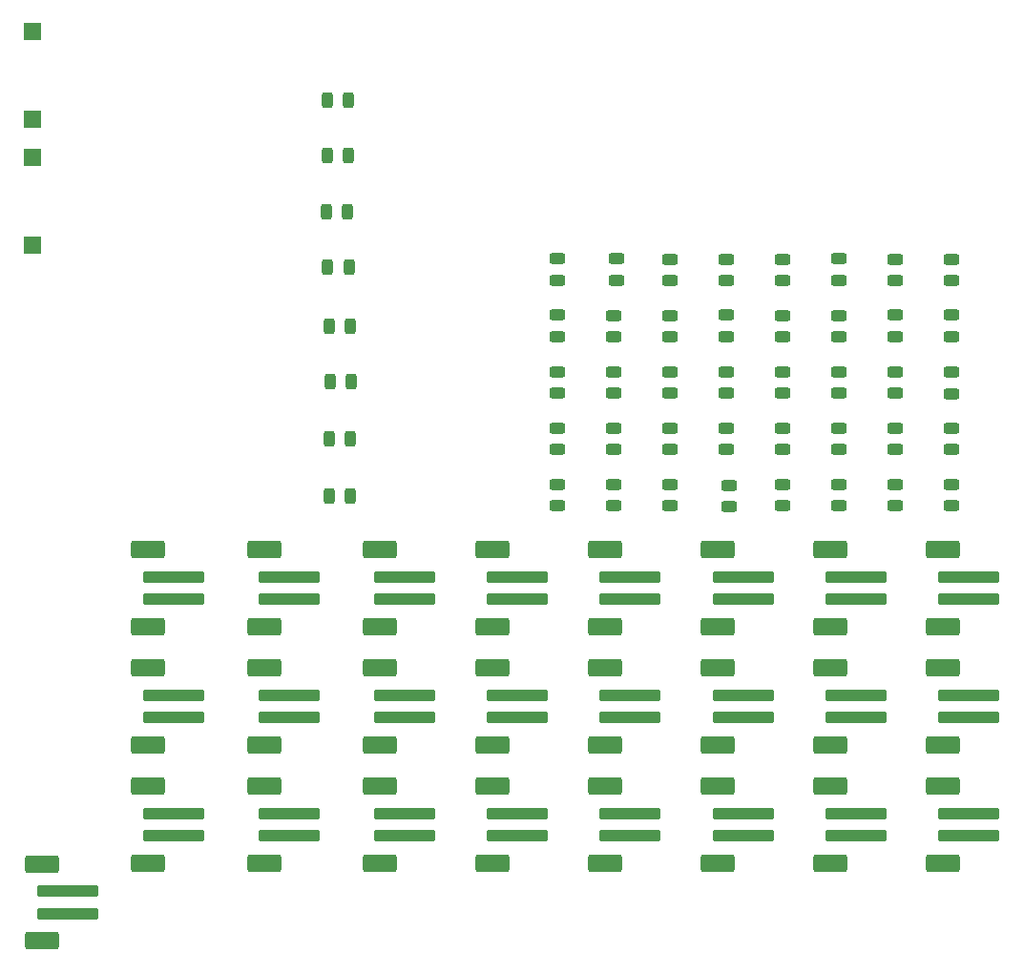
<source format=gbr>
G04 #@! TF.GenerationSoftware,KiCad,Pcbnew,7.0.8*
G04 #@! TF.CreationDate,2023-10-26T23:06:53+02:00*
G04 #@! TF.ProjectId,PlantCtrlESP32,506c616e-7443-4747-926c-45535033322e,rev?*
G04 #@! TF.SameCoordinates,Original*
G04 #@! TF.FileFunction,Paste,Top*
G04 #@! TF.FilePolarity,Positive*
%FSLAX46Y46*%
G04 Gerber Fmt 4.6, Leading zero omitted, Abs format (unit mm)*
G04 Created by KiCad (PCBNEW 7.0.8) date 2023-10-26 23:06:53*
%MOMM*%
%LPD*%
G01*
G04 APERTURE LIST*
G04 Aperture macros list*
%AMRoundRect*
0 Rectangle with rounded corners*
0 $1 Rounding radius*
0 $2 $3 $4 $5 $6 $7 $8 $9 X,Y pos of 4 corners*
0 Add a 4 corners polygon primitive as box body*
4,1,4,$2,$3,$4,$5,$6,$7,$8,$9,$2,$3,0*
0 Add four circle primitives for the rounded corners*
1,1,$1+$1,$2,$3*
1,1,$1+$1,$4,$5*
1,1,$1+$1,$6,$7*
1,1,$1+$1,$8,$9*
0 Add four rect primitives between the rounded corners*
20,1,$1+$1,$2,$3,$4,$5,0*
20,1,$1+$1,$4,$5,$6,$7,0*
20,1,$1+$1,$6,$7,$8,$9,0*
20,1,$1+$1,$8,$9,$2,$3,0*%
G04 Aperture macros list end*
%ADD10R,1.500000X1.500000*%
%ADD11RoundRect,0.243750X0.456250X-0.243750X0.456250X0.243750X-0.456250X0.243750X-0.456250X-0.243750X0*%
%ADD12RoundRect,0.243750X0.243750X0.456250X-0.243750X0.456250X-0.243750X-0.456250X0.243750X-0.456250X0*%
%ADD13RoundRect,0.250000X2.500000X-0.250000X2.500000X0.250000X-2.500000X0.250000X-2.500000X-0.250000X0*%
%ADD14RoundRect,0.250000X1.250000X-0.550000X1.250000X0.550000X-1.250000X0.550000X-1.250000X-0.550000X0*%
G04 APERTURE END LIST*
D10*
X172330000Y-56570000D03*
X172330000Y-48770000D03*
D11*
X228830000Y-85820000D03*
X228830000Y-83945000D03*
X233830000Y-80820000D03*
X233830000Y-78945000D03*
D12*
X200467500Y-74957500D03*
X198592500Y-74957500D03*
D10*
X172330000Y-59920000D03*
X172330000Y-67720000D03*
D11*
X218830000Y-75820000D03*
X218830000Y-73945000D03*
D13*
X225330000Y-120170000D03*
X225330000Y-118170000D03*
D14*
X223080000Y-122570000D03*
X223080000Y-115770000D03*
D11*
X228830000Y-75857500D03*
X228830000Y-73982500D03*
D13*
X245330000Y-99170000D03*
X245330000Y-97170000D03*
D14*
X243080000Y-101570000D03*
X243080000Y-94770000D03*
D11*
X218830000Y-80820000D03*
X218830000Y-78945000D03*
X223830000Y-80857500D03*
X223830000Y-78982500D03*
D13*
X255330000Y-109670000D03*
X255330000Y-107670000D03*
D14*
X253080000Y-112070000D03*
X253080000Y-105270000D03*
D13*
X195080000Y-99170000D03*
X195080000Y-97170000D03*
D14*
X192830000Y-101570000D03*
X192830000Y-94770000D03*
D11*
X238830000Y-85857500D03*
X238830000Y-83982500D03*
D12*
X200367500Y-69657500D03*
X198492500Y-69657500D03*
D11*
X243830000Y-70820000D03*
X243830000Y-68945000D03*
D13*
X245330000Y-120170000D03*
X245330000Y-118170000D03*
D14*
X243080000Y-122570000D03*
X243080000Y-115770000D03*
D11*
X233830000Y-75820000D03*
X233830000Y-73945000D03*
X233830000Y-85857500D03*
X233830000Y-83982500D03*
X243830000Y-75857500D03*
X243830000Y-73982500D03*
D13*
X225330000Y-109670000D03*
X225330000Y-107670000D03*
D14*
X223080000Y-112070000D03*
X223080000Y-105270000D03*
D11*
X218830000Y-85820000D03*
X218830000Y-83945000D03*
X224080000Y-70820000D03*
X224080000Y-68945000D03*
D12*
X200317500Y-59757500D03*
X198442500Y-59757500D03*
D13*
X184830000Y-120170000D03*
X184830000Y-118170000D03*
D14*
X182580000Y-122570000D03*
X182580000Y-115770000D03*
D11*
X218830000Y-90820000D03*
X218830000Y-88945000D03*
X248830000Y-85820000D03*
X248830000Y-83945000D03*
X253830000Y-90857500D03*
X253830000Y-88982500D03*
X218830000Y-70820000D03*
X218830000Y-68945000D03*
X228830000Y-80820000D03*
X228830000Y-78945000D03*
D12*
X200517500Y-89957500D03*
X198642500Y-89957500D03*
D13*
X255330000Y-120170000D03*
X255330000Y-118170000D03*
D14*
X253080000Y-122570000D03*
X253080000Y-115770000D03*
D11*
X243830000Y-85857500D03*
X243830000Y-83982500D03*
X223830000Y-90857500D03*
X223830000Y-88982500D03*
D13*
X184830000Y-109670000D03*
X184830000Y-107670000D03*
D14*
X182580000Y-112070000D03*
X182580000Y-105270000D03*
D11*
X233830000Y-70857500D03*
X233830000Y-68982500D03*
D13*
X235330000Y-99170000D03*
X235330000Y-97170000D03*
D14*
X233080000Y-101570000D03*
X233080000Y-94770000D03*
D11*
X238830000Y-80857500D03*
X238830000Y-78982500D03*
X228830000Y-90857500D03*
X228830000Y-88982500D03*
X238830000Y-90820000D03*
X238830000Y-88945000D03*
D13*
X195080000Y-120170000D03*
X195080000Y-118170000D03*
D14*
X192830000Y-122570000D03*
X192830000Y-115770000D03*
D12*
X200317500Y-54870000D03*
X198442500Y-54870000D03*
D11*
X243830000Y-80857500D03*
X243830000Y-78982500D03*
X248830000Y-70857500D03*
X248830000Y-68982500D03*
X238830000Y-75895000D03*
X238830000Y-74020000D03*
X223830000Y-75857500D03*
X223830000Y-73982500D03*
X234080000Y-90895000D03*
X234080000Y-89020000D03*
D13*
X255330000Y-99170000D03*
X255330000Y-97170000D03*
D14*
X253080000Y-101570000D03*
X253080000Y-94770000D03*
D13*
X215330000Y-120170000D03*
X215330000Y-118170000D03*
D14*
X213080000Y-122570000D03*
X213080000Y-115770000D03*
D12*
X200217500Y-64782500D03*
X198342500Y-64782500D03*
D13*
X205330000Y-120170000D03*
X205330000Y-118170000D03*
D14*
X203080000Y-122570000D03*
X203080000Y-115770000D03*
D13*
X184830000Y-99170000D03*
X184830000Y-97170000D03*
D14*
X182580000Y-101570000D03*
X182580000Y-94770000D03*
D13*
X215330000Y-109670000D03*
X215330000Y-107670000D03*
D14*
X213080000Y-112070000D03*
X213080000Y-105270000D03*
D13*
X225330000Y-99170000D03*
X225330000Y-97170000D03*
D14*
X223080000Y-101570000D03*
X223080000Y-94770000D03*
D11*
X228830000Y-70857500D03*
X228830000Y-68982500D03*
X253830000Y-75820000D03*
X253830000Y-73945000D03*
D12*
X200567500Y-79857500D03*
X198692500Y-79857500D03*
D13*
X175430000Y-127070000D03*
X175430000Y-125070000D03*
D14*
X173180000Y-129470000D03*
X173180000Y-122670000D03*
D13*
X205330000Y-109670000D03*
X205330000Y-107670000D03*
D14*
X203080000Y-112070000D03*
X203080000Y-105270000D03*
D13*
X235330000Y-109670000D03*
X235330000Y-107670000D03*
D14*
X233080000Y-112070000D03*
X233080000Y-105270000D03*
D13*
X195080000Y-109670000D03*
X195080000Y-107670000D03*
D14*
X192830000Y-112070000D03*
X192830000Y-105270000D03*
D12*
X200517500Y-84920000D03*
X198642500Y-84920000D03*
D11*
X238830000Y-70895000D03*
X238830000Y-69020000D03*
X253830000Y-70857500D03*
X253830000Y-68982500D03*
X253830000Y-80895000D03*
X253830000Y-79020000D03*
X253830000Y-85857500D03*
X253830000Y-83982500D03*
D13*
X215330000Y-99170000D03*
X215330000Y-97170000D03*
D14*
X213080000Y-101570000D03*
X213080000Y-94770000D03*
D11*
X223830000Y-85820000D03*
X223830000Y-83945000D03*
D13*
X245330000Y-109670000D03*
X245330000Y-107670000D03*
D14*
X243080000Y-112070000D03*
X243080000Y-105270000D03*
D13*
X235330000Y-120170000D03*
X235330000Y-118170000D03*
D14*
X233080000Y-122570000D03*
X233080000Y-115770000D03*
D11*
X248830000Y-75820000D03*
X248830000Y-73945000D03*
X248830000Y-90857500D03*
X248830000Y-88982500D03*
X243830000Y-90857500D03*
X243830000Y-88982500D03*
D13*
X205330000Y-99170000D03*
X205330000Y-97170000D03*
D14*
X203080000Y-101570000D03*
X203080000Y-94770000D03*
D11*
X248830000Y-80857500D03*
X248830000Y-78982500D03*
M02*

</source>
